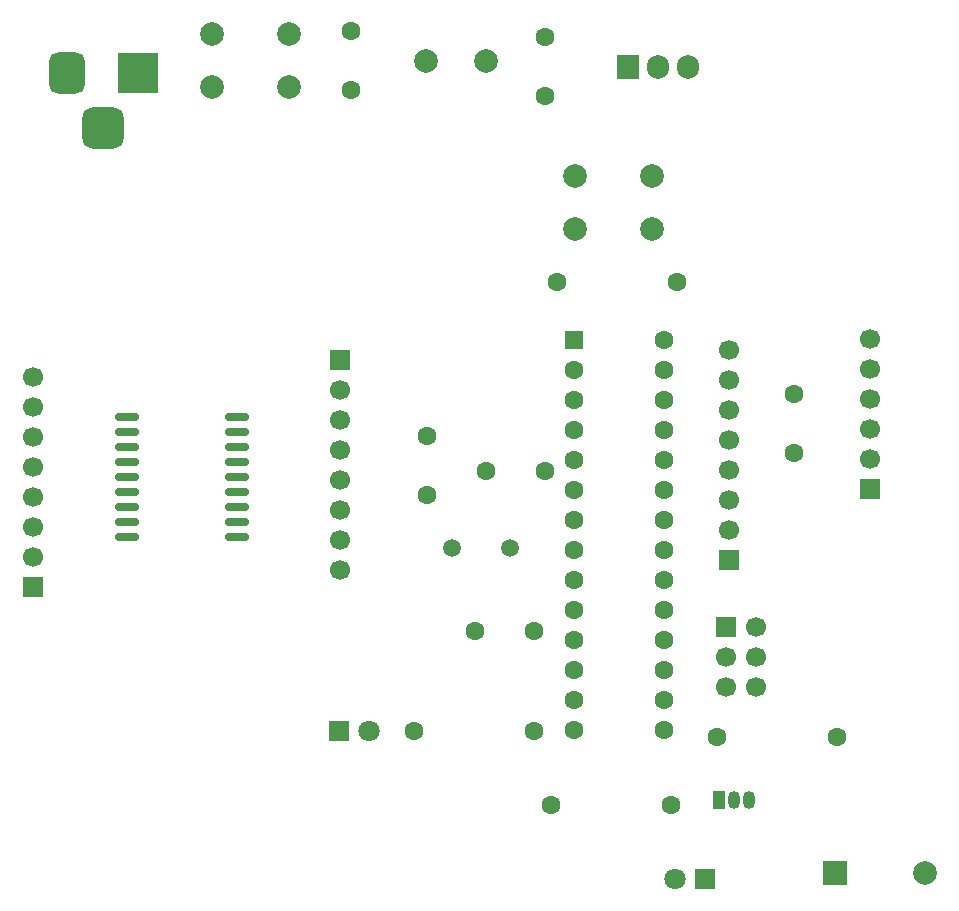
<source format=gbr>
%TF.GenerationSoftware,KiCad,Pcbnew,9.0.5*%
%TF.CreationDate,2026-02-23T00:05:01+05:30*%
%TF.ProjectId,AVR_Controller_E168_E3,4156525f-436f-46e7-9472-6f6c6c65725f,rev?*%
%TF.SameCoordinates,Original*%
%TF.FileFunction,Soldermask,Top*%
%TF.FilePolarity,Negative*%
%FSLAX46Y46*%
G04 Gerber Fmt 4.6, Leading zero omitted, Abs format (unit mm)*
G04 Created by KiCad (PCBNEW 9.0.5) date 2026-02-23 00:05:01*
%MOMM*%
%LPD*%
G01*
G04 APERTURE LIST*
G04 Aperture macros list*
%AMRoundRect*
0 Rectangle with rounded corners*
0 $1 Rounding radius*
0 $2 $3 $4 $5 $6 $7 $8 $9 X,Y pos of 4 corners*
0 Add a 4 corners polygon primitive as box body*
4,1,4,$2,$3,$4,$5,$6,$7,$8,$9,$2,$3,0*
0 Add four circle primitives for the rounded corners*
1,1,$1+$1,$2,$3*
1,1,$1+$1,$4,$5*
1,1,$1+$1,$6,$7*
1,1,$1+$1,$8,$9*
0 Add four rect primitives between the rounded corners*
20,1,$1+$1,$2,$3,$4,$5,0*
20,1,$1+$1,$4,$5,$6,$7,0*
20,1,$1+$1,$6,$7,$8,$9,0*
20,1,$1+$1,$8,$9,$2,$3,0*%
G04 Aperture macros list end*
%ADD10C,2.000000*%
%ADD11R,2.000000X2.000000*%
%ADD12C,1.700000*%
%ADD13R,1.700000X1.700000*%
%ADD14R,1.905000X2.000000*%
%ADD15O,1.905000X2.000000*%
%ADD16RoundRect,0.150000X-0.875000X-0.150000X0.875000X-0.150000X0.875000X0.150000X-0.875000X0.150000X0*%
%ADD17C,1.600000*%
%ADD18R,1.050000X1.500000*%
%ADD19O,1.050000X1.500000*%
%ADD20R,3.500000X3.500000*%
%ADD21RoundRect,0.750000X-0.750000X-1.000000X0.750000X-1.000000X0.750000X1.000000X-0.750000X1.000000X0*%
%ADD22RoundRect,0.875000X-0.875000X-0.875000X0.875000X-0.875000X0.875000X0.875000X-0.875000X0.875000X0*%
%ADD23R,1.800000X1.800000*%
%ADD24C,1.800000*%
%ADD25C,1.500000*%
%ADD26RoundRect,0.250000X-0.550000X-0.550000X0.550000X-0.550000X0.550000X0.550000X-0.550000X0.550000X0*%
G04 APERTURE END LIST*
D10*
%TO.C,BZ1*%
X215600000Y-140500000D03*
D11*
X208000000Y-140500000D03*
%TD*%
D12*
%TO.C,J2*%
X166100000Y-114890000D03*
X166100000Y-112350000D03*
X166100000Y-109810000D03*
X166100000Y-107270000D03*
X166100000Y-104730000D03*
X166100000Y-102190000D03*
X166100000Y-99650000D03*
D13*
X166100000Y-97110000D03*
%TD*%
D12*
%TO.C,J4*%
X211000000Y-95300000D03*
X211000000Y-97840000D03*
X211000000Y-100380000D03*
X211000000Y-102920000D03*
X211000000Y-105460000D03*
D13*
X211000000Y-108000000D03*
%TD*%
D14*
%TO.C,U3*%
X190500000Y-72250000D03*
D15*
X193040000Y-72250000D03*
X195580000Y-72250000D03*
%TD*%
D16*
%TO.C,U2*%
X148100000Y-101920000D03*
X148100000Y-103190000D03*
X148100000Y-104460000D03*
X148100000Y-105730000D03*
X148100000Y-107000000D03*
X148100000Y-108270000D03*
X148100000Y-109540000D03*
X148100000Y-110810000D03*
X148100000Y-112080000D03*
X157400000Y-112080000D03*
X157400000Y-110810000D03*
X157400000Y-109540000D03*
X157400000Y-108270000D03*
X157400000Y-107000000D03*
X157400000Y-105730000D03*
X157400000Y-104460000D03*
X157400000Y-103190000D03*
X157400000Y-101920000D03*
%TD*%
D10*
%TO.C,SW2*%
X155250000Y-69500000D03*
X161750000Y-69500000D03*
X155250000Y-74000000D03*
X161750000Y-74000000D03*
%TD*%
D17*
%TO.C,R4*%
X198000000Y-129000000D03*
X208160000Y-129000000D03*
%TD*%
%TO.C,R3*%
X184000000Y-134750000D03*
X194160000Y-134750000D03*
%TD*%
%TO.C,R2*%
X182500000Y-128500000D03*
X172340000Y-128500000D03*
%TD*%
D18*
%TO.C,Q1*%
X198230000Y-134360000D03*
D19*
X199500000Y-134360000D03*
X200770000Y-134360000D03*
%TD*%
D13*
%TO.C,J6*%
X140100000Y-116270000D03*
D12*
X140100000Y-113730000D03*
X140100000Y-111190000D03*
X140100000Y-108650000D03*
X140100000Y-106110000D03*
X140100000Y-103570000D03*
X140100000Y-101030000D03*
X140100000Y-98490000D03*
%TD*%
D20*
%TO.C,J5*%
X149000000Y-72750000D03*
D21*
X143000000Y-72750000D03*
D22*
X146000000Y-77450000D03*
%TD*%
D10*
%TO.C,FB1*%
X173420000Y-71750000D03*
X178500000Y-71750000D03*
%TD*%
D23*
%TO.C,D2*%
X197000000Y-141000000D03*
D24*
X194460000Y-141000000D03*
%TD*%
D23*
%TO.C,D1*%
X166000000Y-128500000D03*
D24*
X168540000Y-128500000D03*
%TD*%
D17*
%TO.C,C8*%
X183500000Y-74750000D03*
X183500000Y-69750000D03*
%TD*%
%TO.C,C7*%
X167000000Y-74250000D03*
X167000000Y-69250000D03*
%TD*%
%TO.C,C4*%
X177500000Y-120000000D03*
X182500000Y-120000000D03*
%TD*%
%TO.C,C3*%
X173500000Y-108500000D03*
X173500000Y-103500000D03*
%TD*%
D25*
%TO.C,Y1*%
X175620000Y-113000000D03*
X180500000Y-113000000D03*
%TD*%
D10*
%TO.C,SW1*%
X186000000Y-81500000D03*
X192500000Y-81500000D03*
X186000000Y-86000000D03*
X192500000Y-86000000D03*
%TD*%
D26*
%TO.C,U1*%
X185880000Y-95420000D03*
D17*
X185880000Y-97960000D03*
X185880000Y-100500000D03*
X185880000Y-103040000D03*
X185880000Y-105580000D03*
X185880000Y-108120000D03*
X185880000Y-110660000D03*
X185880000Y-113200000D03*
X185880000Y-115740000D03*
X185880000Y-118280000D03*
X185880000Y-120820000D03*
X185880000Y-123360000D03*
X185880000Y-125900000D03*
X185880000Y-128440000D03*
X193500000Y-128440000D03*
X193500000Y-125900000D03*
X193500000Y-123360000D03*
X193500000Y-120820000D03*
X193500000Y-118280000D03*
X193500000Y-115740000D03*
X193500000Y-113200000D03*
X193500000Y-110660000D03*
X193500000Y-108120000D03*
X193500000Y-105580000D03*
X193500000Y-103040000D03*
X193500000Y-100500000D03*
X193500000Y-97960000D03*
X193500000Y-95420000D03*
%TD*%
%TO.C,C6*%
X178500000Y-106500000D03*
X183500000Y-106500000D03*
%TD*%
%TO.C,R1*%
X184500000Y-90500000D03*
X194660000Y-90500000D03*
%TD*%
%TO.C,C2*%
X204500000Y-100000000D03*
X204500000Y-105000000D03*
%TD*%
D13*
%TO.C,J1*%
X198820000Y-119730000D03*
D12*
X201360000Y-119730000D03*
X198820000Y-122270000D03*
X201360000Y-122270000D03*
X198820000Y-124810000D03*
X201360000Y-124810000D03*
%TD*%
D13*
%TO.C,J3*%
X199000000Y-114040000D03*
D12*
X199000000Y-111500000D03*
X199000000Y-108960000D03*
X199000000Y-106420000D03*
X199000000Y-103880000D03*
X199000000Y-101340000D03*
X199000000Y-98800000D03*
X199000000Y-96260000D03*
%TD*%
M02*

</source>
